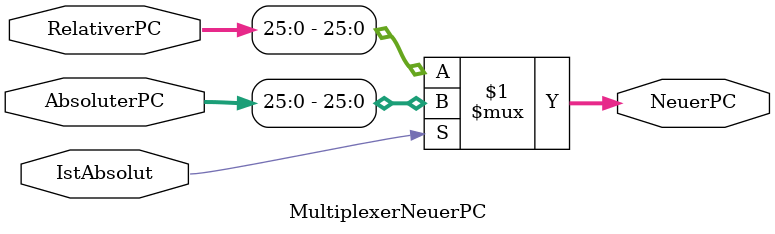
<source format=v>
module MultiplexerNeuerPC (
    input [31:0] RelativerPC,
    input [31:0] AbsoluterPC,
    input IstAbsolut,
    output [25:0] NeuerPC
);

 assign NeuerPC = (IstAbsolut)?AbsoluterPC[25:0]:
                               RelativerPC[25:0];

endmodule
</source>
